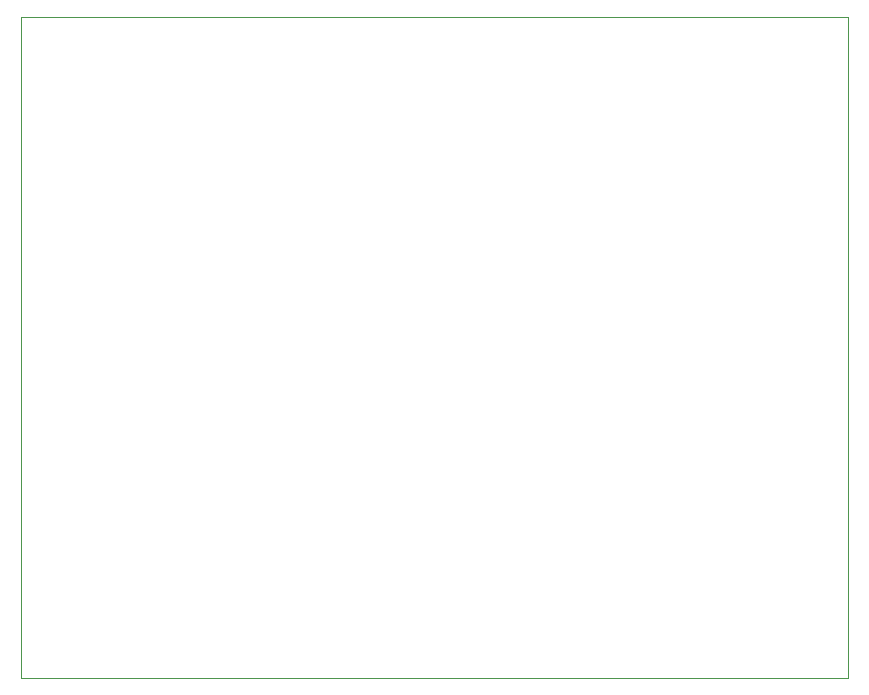
<source format=gbr>
G04 #@! TF.GenerationSoftware,KiCad,Pcbnew,6.0.8+dfsg-1~bpo11+1+rpt1*
G04 #@! TF.CreationDate,2023-08-16T15:04:43-04:00*
G04 #@! TF.ProjectId,pi-eeprom-programmer,70692d65-6570-4726-9f6d-2d70726f6772,0.9.1*
G04 #@! TF.SameCoordinates,Original*
G04 #@! TF.FileFunction,Profile,NP*
%FSLAX46Y46*%
G04 Gerber Fmt 4.6, Leading zero omitted, Abs format (unit mm)*
G04 Created by KiCad (PCBNEW 6.0.8+dfsg-1~bpo11+1+rpt1) date 2023-08-16 15:04:43*
%MOMM*%
%LPD*%
G01*
G04 APERTURE LIST*
G04 #@! TA.AperFunction,Profile*
%ADD10C,0.050000*%
G04 #@! TD*
G04 APERTURE END LIST*
D10*
X132435600Y-41071500D02*
X202435600Y-41071500D01*
X202435600Y-41071500D02*
X202435600Y-97071500D01*
X202435600Y-97071500D02*
X132435600Y-97071500D01*
X132435600Y-97071500D02*
X132435600Y-41071500D01*
M02*

</source>
